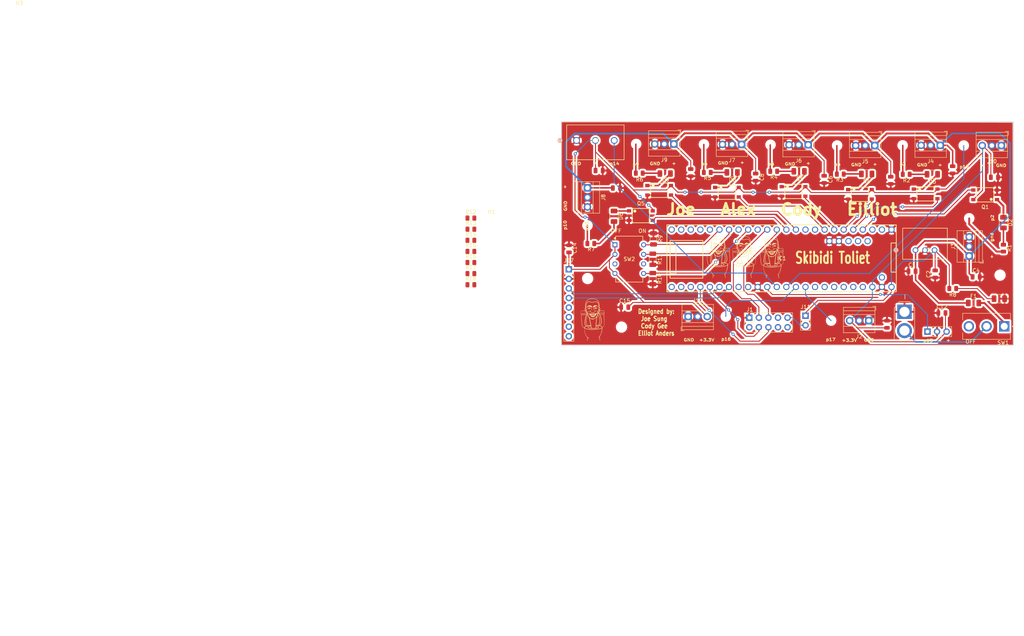
<source format=kicad_pcb>
(kicad_pcb (version 20240108) (generator "pcbnew") (generator_version "8.0")
  (layers (0 "F.Cu" signal) (31 "B.Cu" signal) (34 "B.Paste" user) (35 "F.Paste" user) (36 "B.SilkS" user "B.Silkscreen") (37 "F.SilkS" user "F.Silkscreen") (38 "B.Mask" user) (39 "F.Mask" user) (44 "Edge.Cuts" user))
  (net 0 "")
  (net 1 "+12V")
  (net 2 "GND")
  (net 3 "+5V")
  (net 4 "+3.3V")
  (net 5 "Net-(D2-A)")
  (net 6 "Net-(D1-A)")
  (net 9 "OM1")
  (net 10 "OM2")
  (net 11 "OM3")
  (net 12 "OM4")
  (net 13 "OM5")
  (net 14 "OM7")
  (net 15 "OM6")
  (net 16 "LN2")
  (net 17 "LN1")
  (net 18 "LN4")
  (net 19 "LN3")
  (net 20 "Start")
  (net 22 "SCL")
  (net 23 "SDA")
  (net 27 "BDC22")
  (net 28 "BDC2")
  (net 29 "BDC11")
  (net 30 "BDC1")
  (net 31 "DIP4")
  (net 32 "DIP1")
  (net 33 "DIP3")
  (net 34 "DIP2")
  (net 38 "Dis4")
  (net 43 "Dis1")
  (net 45 "Dis2")
  (net 49 "Dis5")
  (net 57 "Dis3")
  (net 58 "Dis7")
  (net 59 "Dis6")
  (net 63 "Net-(D2-K)")
  (net 64 "Net-(D3-K)")
  (net 65 "Net-(D3-A)")
  (net 66 "Net-(D4-A)")
  (net 67 "Net-(D4-K)")
  (net 68 "Net-(D5-K)")
  (net 73 "PWMA")
  (net 76 "PWMB")
  (net 77 "Net-(SW1-C)")
  (net 78 "Net-(J19-Pin_2)")
  (net 80 "Net-(D5-A)")
  (net 81 "Net-(D6-K)")
  (net 82 "Net-(D6-A)")
  (net 83 "Net-(D7-K)")
  (net 84 "Net-(D7-A)")
  (net 85 "Net-(D8-A)")
  (net 86 "Net-(D8-K)")
  (net 87 "Net-(J1-Pin_9)")
  (footprint "askibidi:optopt" (layer "F.Cu") (at 243.604899 49.95)
    (property "Reference" "Q2" (hide yes))
    (property "Value" "WL-OCPT_SERIES_357" (hide yes))
  )
  (footprint "Resistor_SMD:R_0805_2012Metric" (layer "F.Cu") (at 238.4625 44.75)
    (property "Reference" "R2")
    (property "Value" "500ohm" (hide yes))
  )
  (footprint "LED_SMD:LED_1206_3216Metric" (layer "F.Cu") (at 245.4 44.75 180)
    (property "Reference" "D3")
    (property "Value" "LED")
  )
  (footprint "Connector_PinHeader_2.54mm:PinHeader_1x03_P2.54mm_Vertical" (layer "F.Cu") (at 244.11 86.55 90)
    (property "Reference" "J15" (hide yes))
    (property "Value" "Conn_01x03_Pin")
  )
  (footprint "askibidi:optopt" (layer "F.Cu") (at 208.504899 49.3)
    (property "Reference" "Q4" (hide yes))
    (property "Value" "WL-OCPT_SERIES_357" (hide yes))
  )
  (footprint "Resistor_SMD:R_0805_2012Metric" (layer "F.Cu") (at 264.3 64.375 90)
    (property "Reference" "R1")
    (property "Value" "500ohm" (hide yes))
  )
  (footprint "Capacitor_SMD:C_0805_2012Metric" (layer "F.Cu") (at 233.35 84.6 -90)
    (property "Reference" "C13" (hide yes))
    (property "Value" "0.1uF")
  )
  (footprint "askibidi:optopt" (layer "F.Cu") (at 172.8 49)
    (property "Reference" "Q6" (hide yes))
    (property "Value" "WL-OCPT_SERIES_357" (hide yes))
  )
  (footprint "Resistor_SMD:R_0805_2012Metric" (layer "F.Cu") (at 250.825 75.1 180)
    (property "Reference" "R8")
    (property "Value" "500ohm")
  )
  (footprint "Resistor_SMD:R_0805_2012Metric" (layer "F.Cu") (at 122.77 62.3)
    (property "Reference" "R14")
    (property "Value" "10k")
  )
  (footprint "TerminalBlock:TerminalBlock_Xinya_XY308-2.54-3P_1x03_P2.54mm_Horizontal" (layer "F.Cu") (at 153.75 48.35 -90)
    (property "Reference" "J8")
    (property "Value" "Screw_Terminal_01x03")
  )
  (footprint "Resistor_SMD:R_0805_2012Metric" (layer "F.Cu") (at 122.77 71.15)
    (property "Reference" "R17")
    (property "Value" "10k")
  )
  (footprint "Capacitor_SMD:C_0805_2012Metric" (layer "F.Cu") (at 198.45 45.5 -90)
    (property "Reference" "C8")
    (property "Value" "0.1uF")
  )
  (footprint "Resistor_SMD:R_0805_2012Metric" (layer "F.Cu") (at 122.77 56.4)
    (property "Reference" "R12")
    (property "Value" "10k")
  )
  (footprint "askibidi:5vregulator" (layer "F.Cu") (at 240.9149 64.899501)
    (property "Reference" "J13")
    (property "Value" "P78E05-1000")
  )
  (footprint "TerminalBlock:TerminalBlock_Xinya_XY308-2.54-3P_1x03_P2.54mm_Horizontal" (layer "F.Cu") (at 263.75 37.1 180)
    (property "Reference" "J10")
    (property "Value" "Screw_Terminal_01x03")
  )
  (footprint "TerminalBlock:TerminalBlock_Xinya_XY308-2.54-3P_1x03_P2.54mm_Horizontal" (layer "F.Cu") (at 180.5098 82.550001)
    (property "Reference" "J12")
    (property "Value" "Screw_Terminal_01x03")
  )
  (footprint "LED_SMD:LED_1206_3216Metric" (layer "F.Cu") (at 210 43.95 180)
    (property "Reference" "D5")
    (property "Value" "LED")
  )
  (footprint "LED_SMD:LED_1206_3216Metric" (layer "F.Cu") (at 263.2 77.8 180)
    (property "Reference" "D1" (hide yes))
    (property "Value" "LED" (hide yes))
  )
  (footprint "LED_SMD:LED_1206_3216Metric" (layer "F.Cu") (at 160.8 55.9 -90)
    (property "Reference" "D6")
    (property "Value" "LED")
  )
  (footprint "askibidi:optopt" (layer "F.Cu") (at 259.45 50.2 180)
    (property "Reference" "Q1")
    (property "Value" "WL-OCPT_SERIES_357" (hide yes))
  )
  (footprint "TerminalBlock:TerminalBlock_Xinya_XY308-2.54-3P_1x03_P2.54mm_Horizontal" (layer "F.Cu") (at 247.504899 37.05 180)
    (property "Reference" "J4")
    (property "Value" "Screw_Terminal_01x03")
  )
  (footprint "Capacitor_SMD:C_0805_2012Metric" (layer "F.Cu") (at 161.45 48.4)
    (property "Reference" "C9" (hide yes))
    (property "Value" "0.1uF")
  )
  (footprint "askibidi:AnotherTeensy" (layer "F.Cu") (at 229.47 59.45 180)
    (property "Reference" "IC1")
    (property "Value" "TEENSY_4.1")
  )
  (footprint "Capacitor_SMD:C_0805_2012Metric" (layer "F.Cu") (at 181.2 44.3 -90)
    (property "Reference" "C3" (hide yes))
    (property "Value" "0.1uF")
  )
  (footprint "SkibidiLogos:skibidi_logo" (layer "F.Cu") (at 195.45 66.6)
    (property "Reference" "G***" (hide yes))
    (property "Value" "LOGO" (hide yes))
  )
  (footprint "LED_SMD:LED_1206_3216Metric" (layer "F.Cu") (at 192.2 44.25 180)
    (property "Reference" "D8")
    (property "Value" "LED")
  )
  (footprint "Capacitor_SMD:C_0805_2012Metric" (layer "F.Cu") (at 234.35 46.35 -90)
    (property "Reference" "C7" (hide yes))
    (property "Value" "0.1uF")
  )
  (footprint "askibidi:swotcslide" (layer "F.Cu") (at 259.8125 85.15 180)
    (property "Reference" "SW1")
    (property "Value" "SW_Nidec_CAS-120A1")
  )
  (footprint "askibidi:optopt" (layer "F.Cu") (at 167.95 55.73)
    (property "Reference" "Q5")
    (property "Value" "WL-OCPT_SERIES_357" (hide yes))
  )
  (footprint "Capacitor_SMD:C_0805_2012Metric" (layer "F.Cu") (at 156.85 43.75 180)
    (property "Reference" "C11" (hide yes))
    (property "Value" "0.1uF")
  )
  (footprint "TerminalBlock:TerminalBlock_Xinya_XY308-2.54-3P_1x03_P2.54mm_Horizontal" (layer "F.Cu") (at 228.5049 83.625001 180)
    (property "Reference" "J2")
    (property "Value" "Screw_Terminal_01x03")
  )
  (footprint "MountingHole:MountingHole_2.5mm" (layer "F.Cu") (at 153.8 72.45)
    (property "Reference" "H5" (hide yes))
    (property "Value" "MountingHole" (hide yes))
  )
  (footprint "Capacitor_SMD:C_0805_2012Metric" (layer "F.Cu") (at 163.65 80.05)
    (property "Reference" "C15")
    (property "Value" "0.1uF")
  )
  (footprint "TerminalBlock:TerminalBlock_Xinya_XY308-2.54-3P_1x03_P2.54mm_Horizontal" (layer "F.Cu") (at 212.404899 36.9 180)
    (property "Reference" "J6")
    (property "Value" "Screw_Terminal_01x03")
  )
  (footprint "Resistor_SMD:R_0805_2012Metric" (layer "F.Cu") (at 122.77 59.35)
    (property "Reference" "R13")
    (property "Value" "10k")
  )
  (footprint "LED_SMD:LED_1206_3216Metric" (layer "F.Cu") (at 264.3 57.6 -90)
    (property "Reference" "D2")
    (property "Value" "LED")
  )
  (footprint "Capacitor_SMD:C_0805_2012Metric" (layer "F.Cu") (at 240 70.5)
    (property "Reference" "C1")
    (property "Value" "10uF")
  )
  (footprint "Connector_PinHeader_2.54mm:PinHeader_1x02_P2.54mm_Vertical" (layer "F.Cu") (at 211.7 82.325)
    (property "Reference" "J11")
    (property "Value" "Conn_01x02_Pin")
  )
  (footprint "Capacitor_SMD:C_0805_2012Metric" (layer "F.Cu") (at 250.8 43.55 -90)
    (property "Reference" "C5" (hide yes))
    (property "Value" "0.1uF")
  )
  (footprint "MountingHole:MountingHole_2.5mm" (layer "F.Cu") (at 2.775 2.775)
    (property "Reference" "H3")
    (property "Value" "MountingHole")
  )
  (footprint "Capacitor_SMD:C_0805_2012Metric" (layer "F.Cu") (at 247.95 81.6)
    (property "Reference" "C12")
    (property "Value" "0.1uF")
  )
  (footprint "MountingHole:MountingHole_2.5mm" (layer "F.Cu") (at 162.8 85.35)
    (property "Reference" "H4" (hide yes))
    (property "Value" "MountingHole" (hide yes))
  )
  (footprint "TerminalBlock:TerminalBlock_Xinya_XY308-2.54-3P_1x03_P2.54mm_Horizontal" (layer "F.Cu") (at 230.1 37.1 180)
    (property "Reference" "J5")
    (property "Value" "Screw_Terminal_01x03")
  )
  (footprint "Resistor_SMD:R_0805_2012Metric" (layer "F.Cu") (at 122.77 74.1)
    (property "Reference" "R18")
    (property "Value" "10k")
  )
  (footprint "TerminalBlock:TerminalBlock_Xinya_XY308-2.54-3P_1x03_P2.54mm_Horizontal" (layer "F.Cu") (at 176.7 36.7 180)
    (property "Reference" "J9")
    (property "Value" "Screw_Terminal_01x03")
  )
  (footprint "MountingHole:MountingHole_2.5mm" (layer "F.Cu") (at 263.4 71.55)
    (property "Reference" "H2" (hide yes))
    (property "Value" "MountingHole" (hide yes))
  )
  (footprint "SkibidiLogos:skibidi_logo" (layer "F.Cu") (at 155.18509 83.214242)
    (property "Reference" "G***" (hide yes))
    (property "Value" "LOGO" (hide yes))
  )
  (footprint "Capacitor_SMD:C_1206_3216Metric" (layer "F.Cu") (at 171.1 67.325 -90)
    (property "Reference" "R11")
    (property "Value" "10k")
  )
  (footprint "MountingHole:MountingHole_2.5mm" (layer "F.Cu") (at 128.25 58.2)
    (property "Reference" "H1")
    (property "Value" "MountingHole")
  )
  (footprint "Resistor_SMD:R_0805_2012Metric" (layer "F.Cu") (at 203.2375 43.95)
    (property "Reference" "R4")
    (property "Value" "500ohm" (hide yes))
  )
  (footprint "Capacitor_SMD:C_1206_3216Metric" (layer "F.Cu") (at 171.3 61.9 -90)
    (property "Reference" "R9")
    (property "Value" "10k")
  )
  (footprint "SkibidiLogos:skibidi_logo" (layer "F.Cu") (at 202.75 66.65)
    (property "Reference" "G***" (hide yes))
    (property "Value" "LOGO" (hide yes))
  )
  (footprint "SkibidiLogos:skibidi_logo" (layer "F.Cu") (at 188.55 66.55)
    (property "Reference" "G***" (hide yes))
    (property "Value" "LOGO" (hide yes))
  )
  (footprint "LED_SMD:LED_1206_3216Metric" (layer "F.Cu") (at 174.4 44.55 180)
    (property "Reference" "D7")
    (property "Value" "LED")
  )
  (footprint "TerminalBlock:TerminalBlock_Xinya_XY308-2.54-3P_1x03_P2.54mm_Horizontal" (layer "F.Cu") (at 194.704899 36.8 180)
    (property "Reference" "J7")
    (property "Value" "Screw_Terminal_01x03")
  )
  (footprint "Connector_AMASS:AMASS_XT30U-F_1x02_P5.0mm_Vertical" (layer "F.Cu") (at 238 81.3 -90)
    (property "Reference" "J19" (hide yes))
    (property "Value" "12V")
  )
  (footprint "Resistor_SMD:R_0805_2012Metric" (layer "F.Cu") (at 185.5875 44.25)
    (property "Reference" "R5")
    (property "Value" "500ohm" (hide yes))
  )
  (footprint "askibidi:optopt" (layer "F.Cu") (at 226.154899 50.07)
    (property "Reference" "Q3" (hide yes))
    (property "Value" "WL-OCPT_SERIES_357" (hide yes))
  )
  (footprint "Resistor_SMD:R_0805_2012Metric" (layer "F.Cu") (at 122.77 68.2)
    (property "Reference" "R16")
    (property "Value" "10k")
  )
  (footprint "askibidi:Dipshit" (layer "F.Cu") (at 161.05 63.48)
    (property "Reference" "SW2")
    (property "Value" "210-4MS")
  )
  (footprint "Connector_PinSocket_2.54mm:PinSocket_2x05_P2.54mm_Vertical" (layer "F.Cu") (at 196.76 82.85 90)
    (property "Reference" "J1")
    (property "Value" "Conn_02x05_Odd_Even")
  )
  (footprint "Capacitor_SMD:C_0805_2012Metric" (layer "F.Cu") (at 148.85 64.55 90)
    (property "Reference" "C14")
    (property "Value" "0.1uF")
  )
  (footprint "Resistor_SMD:R_0805_2012Metric" (layer "F.Cu") (at 122.77 65.25)
    (property "Reference" "R15")
    (property "Value" "10k")
  )
  (footprint "Connector_PinHeader_2.54mm:PinHeader_1x08_P2.54mm_Vertical" (layer "F.Cu") (at 148.8 70)
    (property "Reference" "J17")
    (property "Value" "Conn_01x08_Pin")
  )
  (footprint "Capacitor_SMD:C_0805_2012Metric" (layer "F.Cu") (at 216.65 46.1 -90)
    (property "Reference" "C6")
    (property "Value" "0.1uF")
  )
  (footprint "TerminalBlock:TerminalBlock_Xinya_XY308-2.54-3P_1x03_P2.54mm_Horizontal" (layer "F.Cu") (at 255.2 66.45 90)
    (property "Reference" "J3")
    (property "Value" "Screw_Terminal_01x03")
  )
  (footprint "Capacitor_SMD:C_0805_2012Metric" (layer "F.Cu") (at 257.05 72)
    (property "Reference" "C4")
    (property "Value" "0.1uF")
  )
  (footprint "Capacitor_SMD:C_0805_2012Metric" (layer "F.Cu") (at 261.9 45.55 180)
    (property "Reference" "C10" (hide yes))
    (property "Value" "0.1uF")
  )
  (footprint "Capacitor_SMD:C_0805_2012Metric" (layer "F.Cu") (at 246.15 71.25 -90)
    (property "Reference" "C2")
    (property "Value" "10uF" (hide yes))
  )
  (footprint "Capacitor_SMD:C_1206_3216Metric" (layer "F.Cu") (at 171.1 72.475 -90)
    (property "Reference" "R10")
    (property "Value" "10k")
  )
  (footprint "Resistor_SMD:R_0805_2012Metric" (layer "F.Cu") (at 154.6375 63.15)
    (property "Reference" "R7")
    (property "Value" "500ohm" (hide yes))
  )
  (footprint "LED_SMD:LED_1206_3216Metric" (layer "F.Cu") (at 227.95 44.65 180)
    (property "Reference" "D4")
    (property "Value" "LED")
  )
  (footprint "Resistor_SMD:R_0805_2012Metric" (layer "F.Cu") (at 220.9375 44.7)
    (property "Reference" "R3")
    (property "Value" "500ohm" (hide yes))
  )
  (footprint "Resistor_SMD:R_0805_2012Metric" (layer "F.Cu") (at 167.5125 44.45)
    (property "Reference" "R6")
    (property "Value" "500ohm" (hide yes))
  )
  (footprint "askibidi:optopt" (layer "F.Cu") (at 190.804899 49.5)
    (property "Reference" "Q7" (hide yes))
    (property "Value" "WL-OCPT_SERIES_357" (hide yes))
  )
  (footprint "Fuse:Fuse_1206_3216Metric" (layer "F.Cu") (at 256.35 78.95)
    (property "Reference" "F1")
    (property "Value" "Fuse")
  )
  (footprint "askibidi:Screwterimanl3" (layer "F.Cu") (at 150.8549 35.75)
    (property "Reference" "J20")
    (property "Value" "Screw_Terminal_01x03")
  )
  (gr_rect (start 234.45 63) (end 235.8 70.75) (stroke (width 0.2)) (fill none) (layer "F.SilkS"))
  (gr_rect (start 175.7 62.325) (end 184.4 72.375) (stroke (width 0.2)) (fill none) (layer "F.SilkS"))
  (gr_rect (start 175.7 63.55) (end 177.25 71.1) (stroke (width 0.2)) (fill none) (layer "F.SilkS"))
  (gr_rect (start 146.85 30.8) (end 266.946 90.15) (stroke (width 0.2)) (fill none) (layer "Edge.Cuts"))
  (gr_text "p9" (at 165.65 42.55 0) (layer "F.SilkS") (effects (font (size 0.75 0.9) (thickness 0.1875) (bold yes)) (justify left bottom)))
  (gr_text "p6" (at 183.85 42.4 0) (layer "F.SilkS") (effects (font (size 0.75 0.9) (thickness 0.1875) (bold yes)) (justify left bottom)))
  (gr_text "GND\n" (at 179.2 89.2 0) (layer "F.SilkS") (effects (font (size 0.75 0.9) (thickness 0.1875) (bold yes)) (justify left bottom)))
  (gr_text "+" (at 148.2 48.75 90) (layer "F.SilkS") (effects (font (size 0.75 0.9) (thickness 0.1875) (bold yes)) (justify left bottom)))
  (gr_text "+" (at 211.75 42.25 0) (layer "F.SilkS") (effects (font (size 0.75 0.9) (thickness 0.1875) (bold yes)) (justify left bottom)))
  (gr_text "+" (at 194.2 42.05 0) (layer "F.SilkS") (effects (font (size 0.75 0.9) (thickness 0.1875) (bold yes)) (justify left bottom)))
  (gr_text "p5" (at 201.6 42.45 0) (layer "F.SilkS") (effects (font (size 0.75 0.9) (thickness 0.1875) (bold yes)) (justify left bottom)))
  (gr_text "Skibidi Toliet " (at 208.7 68.7 0) (layer "F.SilkS") (effects (font (size 3 2) (thickness 0.5) (bold yes)) (justify left bottom)))
  (gr_text "GND\n" (at 149.2 42.35 0) (layer "F.SilkS") (effects (font (size 0.75 0.9) (thickness 0.1875) (bold yes)) (justify left bottom)))
  (gr_text "GND\n" (at 223.7 42.65 0) (layer "F.SilkS") (effects (font (size 0.75 0.9) (thickness 0.1875) (bold yes)) (justify left bottom)))
  (gr_text "gnd" (at 261.65 62.8 90) (layer "F.SilkS") (effects (font (size 0.75 0.9) (thickness 0.1875) (bold yes)) (justify left bottom)))
  (gr_text "GND\n" (at 206.1 42.45 0) (layer "F.SilkS") (effects (font (size 0.75 0.9) (thickness 0.1875) (bold yes)) (justify left bottom)))
  (gr_text "+" (at 258.2 42.8 0) (layer "F.SilkS") (effects (font (size 0.75 0.9) (thickness 0.1875) (bold yes)) (justify left bottom)))
  (gr_text "GND\n" (at 148.35 54.65 90) (layer "F.SilkS") (effects (font (size 0.75 0.9) (thickness 0.1875) (bold yes)) (justify left bottom)))
  (gr_text "p3" (at 236.57 42.48 0) (layer "F.SilkS") (effects (font (size 0.75 0.9) (thickness 0.1875) (bold yes)) (justify left bottom)))
  (gr_text "p15" (at 252.5 43.2 0) (layer "F.SilkS") (effects (font (size 0.75 0.9) (thickness 0.1875) (bold yes)) (justify left bottom)))
  (gr_text "GND\n" (at 188.3 42.2 0) (layer "F.SilkS") (effects (font (size 0.75 0.9) (thickness 0.1875) (bold yes)) (justify left bottom)))
  (gr_text "GND\n" (at 170.2 42.35 0) (layer "F.SilkS") (effects (font (size 0.75 0.9) (thickness 0.1875) (bold yes)) (justify left bottom)))
  (gr_text "p16" (at 189.2 89 0) (layer "F.SilkS") (effects (font (size 0.75 0.9) (thickness 0.1875) (bold yes)) (justify left bottom)))
  (gr_text "+" (at 229.5 42.5 0) (layer "F.SilkS") (effects (font (size 0.75 0.9) (thickness 0.1875) (bold yes)) (justify left bottom)))
  (gr_text "+3.3V\n" (at 183.3 89.2 0) (layer "F.SilkS") (effects (font (size 0.75 0.9) (thickness 0.1875) (bold yes)) (justify left bottom)))
  (gr_text "p10" (at 154.05 59.9 90) (layer "F.SilkS") (effects (font (size 0.75 0.9) (thickness 0.1875) (bold yes)) (justify left bottom)))
  (gr_text "p14" (at 159.55 42.35 0) (layer "F.SilkS") (effects (font (size 0.75 0.9) (thickness 0.1875) (bold yes)) (justify left bottom)))
  (gr_text "GND\n" (at 227.1 89.25 0) (layer "F.SilkS") (effects (font (size 0.75 0.9) (thickness 0.1875) (bold yes)) (justify left bottom)))
  (gr_text "-" (at 246.57 89.4 0) (layer "F.SilkS") (effects (font (size 0.75 0.9) (thickness 0.1875) (bold yes)) (justify left bottom)))
  (gr_text "GND\n" (at 262.2 42.85 0) (layer "F.SilkS") (effects (font (size 0.75 0.9) (thickness 0.1875) (bold yes)) (justify left bottom)))
  (gr_text "+3.3V" (at 221.2 89.3 0) (layer "F.SilkS") (effects (font (size 0.75 0.9) (thickness 0.1875) (bold yes)) (justify left bottom)))
  (gr_text "Joe   Alex   Cody   Eilliot" (at 174.35 55.85 0) (layer "F.SilkS") (effects (font (size 3 3) (thickness 0.7) (bold yes)) (justify left bottom)))
  (gr_text "p17" (at 217 89.1 0) (layer "F.SilkS") (effects (font (size 0.75 0.9) (thickness 0.1875) (bold yes)) (justify left bottom)))
  (gr_text "+" (at 176.05 42.3 0) (layer "F.SilkS") (effects (font (size 0.75 0.9) (thickness 0.1875) (bold yes)) (justify left bottom)))
  (gr_text "p13\n" (at 242.87 89.4 0) (layer "F.SilkS") (effects (font (size 0.75 0.9) (thickness 0.1875) (bold yes)) (justify left bottom)))
  (gr_text "OFF" (at 255.6 89.2 0) (layer "F.SilkS") (effects (font (size 1 1))))
  (gr_text "+" (at 248.97 89.3 0) (layer "F.SilkS") (effects (font (size 0.75 0.9) (thickness 0.1875) (bold yes)) (justify left bottom)))
  (gr_text "p2" (at 261.8 57.3 90) (layer "F.SilkS") (effects (font (size 0.75 0.9) (thickness 0.1875) (bold yes)) (justify left bottom)))
  (gr_text "p10" (at 148.25 59.65 90) (layer "F.SilkS") (effects (font (size 0.75 0.9) (thickness 0.1875) (bold yes)) (justify left bottom)))
  (gr_text "p4" (at 219.24 42.53 0) (layer "F.SilkS") (effects (font (size 0.75 0.9) (thickness 0.1875) (bold yes)) (justify left bottom)))
  (gr_text "+" (at 260.85 65.95 270) (layer "F.SilkS") (effects (font (size 0.75 0.9) (thickness 0.1875) (bold yes)) (justify left bottom)))
  (gr_text "+" (at 246.8 42.7 0) (layer "F.SilkS") (effects (font (size 0.75 0.9) (thickness 0.1875) (bold yes)) (justify left bottom)))
  (gr_text "+" (at 155.3 42.1 0) (layer "F.SilkS") (effects (font (size 0.75 0.9) (thickness 0.1875) (bold yes)) (justify left bottom)))
  (gr_text "GND\n" (at 241.2 42.7 0) (layer "F.SilkS") (effects (font (size 0.75 0.9) (thickness 0.1875) (bold yes)) (justify left bottom)))
  (gr_text " Designed by: \n  Joe Sung\n  Cody Gee \n Elliot Anders" (at 166.3 87.7 0) (layer "F.SilkS") (effects (font (size 1.2 1) (thickness 0.25) (bold yes)) (justify left bottom)))
  (segment (start 209.354899 33.85) (end 197.654899 33.85) (width 0.5) (layer "F.Cu") (net 1))
  (segment (start 230.104899 37.104899) (end 230.1 37.1) (width 0.25) (layer "F.Cu") (net 1))
  (segment (start 240.95 72.85) (end 240.95 70.5) (width 0.4) (layer "F.Cu") (net 1))
  (segment (start 198.45 40.545101) (end 198.45 44.55) (width 0.25) (layer "F.Cu") (net 1))
  (segment (start 179.55 33.85) (end 191.754899 33.85) (width 0.5) (layer "F.Cu") (net 1))
  (segment (start 153.75 48.35) (end 160.45 48.35) (width 0.4) (layer "F.Cu") (net 1))
  (segment (start 247.05 78.95) (end 240.95 72.85) (width 0.4) (layer "F.Cu") (net 1))
  (segment (start 247.504899 37.05) (end 249.35 37.05) (width 0.4) (layer "F.Cu") (net 1))
  (segment (start 251.2 62.45) (end 255.2 66.45) (width 0.4) (layer "F.Cu") (net 1))
  (segment (start 249.35 37.05) (end 250.8 38.5) (width 0.4) (layer "F.Cu") (net 1))
  (segment (start 212.404899 36.9) (end 209.354899 33.85) (width 0.5) (layer "F.Cu") (net 1))
  (segment (start 240.95 64.934601) (end 240.9149 64.899501) (width 0.4) (layer "F.Cu") (net 1))
  (segment (start 176.7 36.7) (end 179.55 33.85) (width 0.5) (layer "F.Cu") (net 1))
  (segment (start 216.65 41.145101) (end 216.65 45.15) (width 0.25) (layer "F.Cu") (net 1))
  (segment (start 212.404899 36.9) (end 216.65 41.145101) (width 0.25) (layer "F.Cu") (net 1))
  (segment (start 250.8 38.5) (end 250.8 42.6) (width 0.4) (layer "F.Cu") (net 1))
  (segment (start 234.35 41.35) (end 234.35 45.4) (width 0.25) (layer "F.Cu") (net 1))
  (segment (start 197.654899 33.85) (end 194.704899 36.8) (width 0.5) (layer "F.Cu") (net 1))
  (segment (start 254.95 78.95) (end 247.05 78.95) (width 0.4) (layer "F.Cu") (net 1))
  (segment (start 194.704899 36.8) (end 198.45 40.545101) (width 0.25) (layer "F.Cu") (net 1))
  (segment (start 181.2 41.2) (end 181.2 43.35) (width 0.25) (layer "F.Cu") (net 1))
  (segment (start 226.9 33.9) (end 215.404899 33.9) (width 0.5) (layer "F.Cu") (net 1))
  (segment (start 240.9149 64.899501) (end 243.364401 62.45) (width 0.4) (layer "F.Cu") (net 1))
  (segment (start 233.3 33.9) (end 230.1 37.1) (width 0.5) (layer "F.Cu") (net 1))
  (segment (start 160.45 48.35) (end 160.5 48.4) (width 0.25) (layer "F.Cu") (net 1))
  (segment (start 230.1 37.1) (end 226.9 33.9) (width 0.5) (layer "F.Cu") (net 1))
  (segment (start 243.364401 62.45) (end 251.2 62.45) (width 0.4) (layer "F.Cu") (net 1))
  (segment (start 191.754899 33.85) (end 194.704899 36.8) (width 0.5) (layer "F.Cu") (net 1))
  (segment (start 255.2 71.1) (end 256.1 72) (width 0.4) (layer "F.Cu") (net 1))
  (segment (start 255.2 66.45) (end 255.2 71.1) (width 0.4) (layer "F.Cu") (net 1))
  (segment (start 244.354899 33.9) (end 233.3 33.9) (width 0.5) (layer "F.Cu") (net 1))
  (segment (start 215.404899 33.9) (end 212.404899 36.9) (width 0.5) (layer "F.Cu") (net 1))
  (segment (start 240.95 70.5) (end 240.95 64.934601) (width 0.4) (layer "F.Cu") (net 1))
  (segment (start 247.504899 37.05) (end 244.354899 33.9) (width 0.5) (layer "F.Cu") (net 1))
  (segment (start 176.7 36.7) (end 181.2 41.2) (width 0.25) (layer "F.Cu") (net 1))
  (segment (start 230.1 37.1) (end 234.35 41.35) (width 0.25) (layer "F.Cu") (net 1))
  (segment (start 153.75 48.35) (end 148.05 42.65) (width 0.5) (layer "B.Cu") (net 1))
  (segment (start 173.95 33.95) (end 151.45 33.95) (width 0.5) (layer "B.Cu") (net 1))
  (segment (start 266.05 36.5) (end 266.05 55.6) (width 0.4) (layer "B.Cu") (net 1))
  (segment (start 250.654899 33.9) (end 263.45 33.9) (width 0.4) (layer "B.Cu") (net 1))
  (segment (start 148.05 42.65) (end 148.05 36.15) (width 0.5) (layer "B.Cu") (net 1))
  (segment (start 148.05 36.15) (end 150.25 33.95) (width 0.5) (layer "B.Cu") (net 1))
  (segment (start 263.45 33.9) (end 266.05 36.5) (width 0.4) (layer "B.Cu") (net 1))
  (segment (start 176.7 36.7) (end 173.95 33.95) (width 0.5) (layer "B.Cu") (net 1))
  (segment (start 266.05 55.6) (end 255.2 66.45) (width 0.4) (layer "B.Cu") (net 1))
  (segment (start 247.504899 37.05) (end 250.654899 33.9) (width 0.4) (layer "B.Cu") (net 1))
  (segment (start 150.25 33.95) (end 151.45 33.95) (width 0.5) (layer "B.Cu") (net 1))
  (segment (start 243.2 64.964401) (end 243.3149 64.849501) (width 0.4) (layer "F.Cu") (net 2))
  (segment (start 232.4 78.25) (end 234.55 76.1) (width 0.25) (layer "F.Cu") (net 3))
  (segment (start 245.9949 64.899501) (end 249.9125 68.817101) (width 0.25) (layer "F.Cu") (net 3))
  (segment (start 215 78.25) (end 211.7 81.55) (width 0.25) (layer "F.Cu") (net 3))
  (segment (start 246.15 65.054601) (end 245.9949 64.899501) (width 0.25) (layer "F.Cu") (net 3))
  (segment (start 246.15 70.3) (end 246.15 65.054601) (width 0.25) (layer "F.Cu") (net 3))
  (segment (start 215 78.25) (end 232.4 78.25) (width 0.25) (layer "F.Cu") (net 3))
  (segment (start 249.9125 68.817101) (end 249.9125 75.1) (width 0.25) (layer "F.Cu") (net 3))
  (segment (start 211.7 81.55) (end 211.7 82.325) (width 0.25) (layer "F.Cu") (net 3))
  (segment (start 234.55 76.1) (end 234.55 74.69) (width 0.25) (layer "F.Cu") (net 3))
  (segment (start 243.094401 67.8) (end 245.9949 64.899501) (width 0.25) (layer "B.Cu") (net 3))
  (segment (start 234.55 70.95) (end 237.7 67.8) (width 0.25) (layer "B.Cu") (net 3))
  (segment (start 234.55 74.69) (end 234.55 70.95) (width 0.25) (layer "B.Cu") (net 3))
  (segment (start 237.7 67.8) (end 243.094401 67.8) (width 0.25) (layer "B.Cu") (net 3))
  (segment (start 210.184899 49.5) (end 211.654899 48.03) (width 0.25) (layer "F.Cu") (net 4))
  (segment (start 150.45 54.25) (end 150.45 43.95) (width 0.25) (layer "F.Cu") (net 4))
  (segment (start 223.5049 83.625001) (end 228.08995 88.21005) (width 0.25) (layer "F.Cu") (net 4))
  (segment (start 195.2 49.5) (end 197.74 49.5) (width 0.25) (layer "F.Cu") (net 4))
  (segment (start 179.65 49.51) (end 177.84 49.51) (width 0.25) (layer "F.Cu") (net 4))
  (segment (start 171.1 54) (end 171.09 54) (width 0.25) (layer "F.Cu") (net 4))
  (segment (start 164.6 80.05) (end 165.85 78.8) (width 0.25) (layer "F.Cu") (net 4))
  (segment (start 223.5049 83.625001) (end 225.429899 85.55) (width 0.25) (layer "F.Cu") (net 4))
  (segment (start 150.45 41.15) (end 150.45 39.35) (width 0.25) (layer "F.Cu") (net 4))
  (segment (start 185.1049 82.404901) (end 184.9598 82.550001) (width 0.25) (layer "F.Cu") (net 4))
  (segment (start 211.654899 48.054899) (end 213.2 49.6) (width 0.25) (layer "F.Cu") (net 4))
  (segment (start 148.8 70) (end 148.8 65.55) (width 0.25) (layer "F.Cu") (net 4))
  (segment (start 177.84 49.51) (end 177.83 49.5) (width 0.25) (layer "F.Cu") (net 4))
  (segment (start 148.8 70) (end 157.07 70) (width 0.25) (layer "F.Cu") (net 4))
  (segment (start 228.504899 49.6) (end 229.304899 48.8) (width 0.25) (layer "F.Cu") (net 4))
  (segment (start 174.78 48.9) (end 166 48.9) (width 0.25) (layer "F.Cu") (net 4))
  (segment (start 211.654899 48.03) (end 211.654899 48.054899) (width 0.25) (layer "F.Cu") (net 4))
  (segment (start 229.304899 48.8) (end 229.304899 48.804899) (width 0.25) (layer "F.Cu") (net 4))
  (segment (start 249.07 48.68) (end 258.75 39) (width 0.25) (layer "F.Cu") (net 4))
  (segment (start 159.46 67.61) (end 159.35 67.72) (width 0.25) (layer "F.Cu") (net 4))
  (segment (start 159.71 67.36) (end 159.46 67.61) (width 0.25) (layer "F.Cu") (net 4))
  (segment (start 248.85 86.21) (end 249.19 86.55) (width 0.25) (layer "F.Cu") (net 4))
  (segment (start 175.95 47.73) (end 174.78 48.9) (width 0.25) (layer "F.Cu") (net 4))
  (segment (start 185.4049 82.350001) (end 185.3549 82.400001) (width 0.25) (layer "F.Cu") (net 4))
  (segment (start 148.8 65.55) (end 148.85 65.5) (width 0.25) (layer "F.Cu") (net 4))
  (segment (start 248.9 86.26) (end 249.19 86.55) (width 0.25) (layer "F.Cu") (net 4))
  (segment (start 192.684899 49.5) (end 193.954899 48.23) (width 0.25) (layer "F.Cu") (net 4))
  (segment (start 197.74 49.5) (end 197.76 49.52) (width 0.25) (layer "F.Cu") (net 4))
  (segment (start 194.654899 48.954899) (end 195.2 49.5) (width 0.25) (layer "F.Cu") (net 4))
  (segment (start 155.9 35.7951) (end 155.8549 35.75) (width 0.25) (layer "F.Cu") (net 4))
  (segment (start 245.834899 49.6) (end 246.754899 48.68) (width 0.25) (layer "F.Cu") (net 4))
  (segment (start 225.429899 85.55) (end 233.35 85.55) (width 0.25) (layer "F.Cu") (net 4))
  (segment (start 260.95 39.3) (end 260.95 45.55) (width 0.25) (layer "F.Cu") (net 4))
  (segment (start 213.2 49.6) (end 228.504899 49.6) (width 0.25) (layer "F.Cu") (net 4))
  (segment (start 181.759799 78.8) (end 185.5098 82.550001) (width 0.25) (layer "F.Cu") (net 4))
  (segment (start 193.954899 48.23) (end 194.654899 48.93) (width 0.25) (layer "F.Cu") (net 4))
  (segment (start 177.83 49.5) (end 177.72 49.5) (width 0.25) (layer "F.Cu") (net 4))
  (segment (start 202.12 49.5) (end 210.184899 49.5) (width 0.25) (layer "F.Cu") (net 4))
  (segment (start 161.05 66.02) (end 159.71 67.36) (width 0.25) (layer "F.Cu") (net 4))
  (segment (start 159.585 67.485) (end 159.585 69.635) (width 0.25) (layer "F.Cu") (net 4))
  (segment (start 258.75 49.02) (end 256.3 51.47) (width 0.25) (layer "F.Cu") (net 4))
  (segment (start 246.49 89.25) (end 249.19 86.55) (width 0.25) (layer "F.Cu") (net 4))
  (segment (start 168.75 78.8) (end 181.759799 78.8) (width 0.25) (layer "F.Cu") (net 4))
  (segment (start 161.05 71.1) (end 168.75 78.8) (width 0.25) (layer "F.Cu") (net 4))
  (segment (start 150.45 39.35) (end 150.5 39.3) (width 0.25) (layer "F.Cu") (net 4))
  (segment (start 230.1 49.6) (end 245.834899 49.6) (width 0.25) (layer "F.Cu") (net 4))
  (segment (start 157.07 70) (end 158.47 68.6) (width 0.25) (layer "F.Cu") (net 4))
  (segment (start 177.72 49.5) (end 175.95 47.73) (width 0.25) (layer "F.Cu") (net 4))
  (segment (start 202.1 49.52) (end 202.12 49.5) (width 0.25) (layer "F.Cu") (net 4))
  (segment (start 228.08995 88.21005) (end 229.1299 89.25) (width 0.25) (layer "F.Cu") (net 4))
  (segment (start 161.05 66.02) (end 159.585 67.485) (width 0.25) (layer "F.Cu") (net 4))
  (segment (start 158.47 68.6) (end 159.71 67.36) (width 0.25) (layer "F.Cu") (net 4))
  (segment (start 166 48.9) (end 155.9 38.8) (width 0.25) (layer "F.Cu") (net 4))
  (segment (start 258.75 39) (end 258.75 37.1) (width 0.25) (layer "F.Cu") (net 4))
  (segment (start 246.754899 48.68) (end 249.07 48.68) (width 0.25) (layer "F.Cu") (net 4))
  (segment (start 159.585 69.635) (end 161.05 71.1) (width 0.25) (layer "F.Cu") (net 4))
  (segment (start 248.9 81.6) (end 248.9 86.26) (width 0.25) (layer "F.Cu") (net 4))
  (segment (start 165.85 78.8) (end 168.75 78.8) (width 0.25) (layer "F.Cu") (net 4))
  (segment (start 152.35 56.15) (end 150.45 54.25) (width 0.25) (layer "F.Cu") (net 4))
  (segment (start 229.1299 89.25) (end 244.85 89.25) (width 0.25) (layer "F.Cu") (net 4))
  (segment (start 171.09 54) (end 170.05 52.96) (width 0.25) (layer "F.Cu") (net 4))
  (segment (start 244.85 89.25) (end 246.49 89.25) (width 0.25) (layer "F.Cu") (net 4))
  (segment (start 194.654899 48.93) (end 194.654899 48.954899) (width 0.25) (layer "F.Cu") (net 4))
  (segment (start 155.9 38.8) (end 155.9 35.7951) (width 0.25) (layer "F.Cu") (net 4))
  (segment (start 171.1 54.46) (end 171.1 54) (width 0.25) (layer "F.Cu") (net 4))
  (segment (start 153.1 56.15) (end 152.35 56.15) (width 0.25) (layer "F.Cu") (net 4))
  (segment (start 155.9 43.75) (end 155.9 35.7951) (width 0.25) (layer "F.Cu") (net 4))
  (segment (start 167.7 50.63) (end 166 48.93) (width 0.25) (layer "F.Cu") (net 4))
  (segment (start 150.45 43.95) (end 150.45 41.15) (width 0.25) (layer "F.Cu") (net 4))
  (segment (start 183.95 49.5) (end 192.684899 49.5) (width 0.25) (layer "F.Cu") (net 4))
  (segment (start 161.05 63.48) (end 161.05 66.02) (width 0.25) (layer "F.Cu") (net 4))
  (segment (start 258.75 37.1) (end 260.95 39.3) (width 0.25) (layer "F.Cu") (net 4))
  (segment (start 258.75 37.1) (end 258.75 49.02) (width 0.25) (layer "F.Cu") (net 4))
  (segment (start 229.304899 48.804899) (end 230.1 49.6) (width 0.25) (layer "F.Cu") (net 4))
  (segment (start 166 48.93) (end 166 48.9) (width 0.25) (layer "F.Cu") (net 4))
  (segment (start 223.5 83.629901) (end 223.5049 83.625001) (width 0.25) (layer "F.Cu") (net 4))
  (via (at 150.5 39.3) (size 0.8) (drill 0.4) (layers "F.Cu" "B.Cu") (net 4))
  (via (at 197.76 49.52) (size 0.8) (drill 0.4) (layers "F.Cu" "B.Cu") (net 4))
  (via (at 170.05 52.96) (size 0.8) (drill 0.4) (layers "F.Cu" "B.Cu") (net 4))
  (via (at 179.65 49.51) (size 0.8) (drill 0.4) (layers "F.Cu" "B.Cu") (net 4))
  (via (at 183.95 49.5) (size 0.8) (drill 0.4) (layers "F.Cu" "B.Cu") (net 4))
  (via (at 153.1 56.15) (size 0.8) (drill 0.4) (layers "F.Cu" "B.Cu") (net 4))
  (via (at 202.1 49.52) (size 0.8) (drill 0.4) (layers "F.Cu" "B.Cu") (net 4))
  (via (at 167.7 50.63) (size 0.8) (drill 0.4) (layers "F.Cu" "B.Cu") (net 4))
  (segment (start 183.95 49.5) (end 183.94 49.51) (width 0.25) (layer "B.Cu") (net 4))
  (segment (start 229.47 74.69) (end 229.47 77.659901) (width 0.25) (layer "B.Cu") (net 4))
  (segment (start 258.75 43.8) (end 258.75 37.1) (width 0.25) (layer "B.Cu") (net 4))
  (segment (start 150.5 39.3) (end 154.05 35.75) (width 0.25) (layer "B.Cu") (net 4))
  (segment (start 244.65 57.9) (end 244.623047 57.9) (width 0.25) (layer "B.Cu") (net 4))
  (segment (start 244.623047 57.9) (end 229.47 73.053047) (width 0.25) (layer "B.Cu") (net 4))
  (segment (start 202.1 49.52) (end 197.76 49.52) (width 0.25) (layer "B.Cu") (net 4))
  (segment (start 183.94 49.51) (end 179.65 49.51) (width 0.25) (layer "B.Cu") (net 4))
  (segment (start 170.03 52.96) (end 167.7 50.63) (width 0.25) (layer "B.Cu") (net 4))
  (segment (start 229.47 77.659901) (end 223.5049 83.625001) (width 0.25) (layer "B.Cu") (net 4))
  (segment (start 154.05 35.75) (end 155.85 35.75) (width 0.25) (layer "B.Cu") (net 4))
  (segment (start 153.72 56.15) (end 161.05 63.48) (width 0.25) (layer "B.Cu") (net 4))
  (segment (start 244.65 57.9) (end 258.75 43.8) (width 0.25) (layer "B.Cu") (net 4))
  (segment (start 229.47 73.053047) (end 229.47 74.69) (width 0.25) (layer "B.Cu") (net 4))
  (segment (start 153.1 56.15) (end 153.72 56.15) (width 0.25) (layer "B.Cu") (net 4))
  (segment (start 170.05 52.96) (end 170.03 52.96) (width 0.25) (layer "B.Cu") (net 4))
  (segment (start 264.3 59) (end 264.3 63.4625) (width 0.4) (layer "F.Cu") (net 5))
  (segment (start 252.3 75.1) (end 257.3 75.1) (width 0.25) (layer "F.Cu") (net 6))
  (segment (start 257.3 75.1) (end 260 77.8) (width 0.25) (layer "F.Cu") (net 6))
  (segment (start 260 77.8) (end 261.8 77.8) (width 0.25) (layer "F.Cu") (net 6))
  (segment (start 255.2 56.45) (end 255.2 58) (width 0.5) (layer "F.Cu") (net 9))
  (segment (start 262.4875 65.2875) (end 264.3 65.2875) (width 0.5) (layer "F.Cu") (net 9))
  (segment (start 255.2 58) (end 262.4875 65.2875) (width 0.5) (layer "F.Cu") (net 9))
  (segment (start 237.5 37.054899) (end 237.504899 37.05) (width 0.25) (layer "F.Cu") (net 10))
  (segment (start 237.55 37.095101) (end 237.504899 37.05) (width 0.25) (layer "F.Cu") (net 10))
  (segment (start 237.55 44.75) (end 237.55 37.095101) (width 0.4) (layer "F.Cu") (net 10))
  (segment (start 220.025 44.7) (end 220.025 37.175) (width 0.4) (layer "F.Cu") (net 11))
  (segment (start 220.025 37.175) (end 220.1 37.1) (width 0.25) (layer "F.Cu") (net 11))
  (segment (start 202.325 43.95) (end 202.325 36.979899) (width 0.4) (layer "F.Cu") (net 12))
  (segment (start 202.325 36.979899) (end 202.404899 36.9) (width 0.25) (layer "F.Cu") (net 12))
  (segment (start 184.675 44.25) (end 184.675 36.829899) (width 0.4) (layer "F.Cu") (net 13))
  (segment (start 184.675 36.829899) (end 184.704899 36.8) (width 0.25) (layer "F.Cu") (net 13))
  (segment (start 153.8 58.3) (end 153.75 58.35) (width 0.25) (layer "F.Cu") (net 14))
  (segment (start 153.725 58.375) (end 153.75 58.35) (width 0.25) (layer "F.Cu") (net 14))
  (segment (start 153.7 58.4) (end 153.75 58.35) (width 0.25) (layer "F.Cu") (net 14))
  (segment (start 153.725 63.15) (end 153.725 58.375) (width 0.4) (layer "F.Cu") (net 14))
  (segment (start 166.6 36.8) (end 166.7 36.7) (width 0.25) (layer "F.Cu") (net 15))
  (segment (start 166.6 44.45) (end 166.6 36.8) (width 0.4) (layer "F.Cu") (net 15))
  (segment (start 228.7 71.1) (end 253.75 46.05) (width 0.25) (layer "B.Cu") (net 16))
  (segment (start 253.75 46.05) (end 253.75 37.1) (width 0.25) (layer "B.Cu") (net 16))
  (segment (start 228.7 71.1) (end 210.2 71.1) (width 0.25) (layer "B.Cu") (net 16))
  (segment (start 210.2 71.1) (end 206.61 74.69) (width 0.25) (layer "B.Cu") (net 16))
  (segment (start 161.55 47.65) (end 160.85 46.95) (width 0.25) (layer "B.Cu") (net 17))
  (segment (start 161.55 47.65) (end 184.9 71) (width 0.25) (layer "B.Cu") (net 17))
  (segment (start 184.9 71) (end 200.38 71) (width 0.25) (layer "B.Cu") (net 17))
  (segment (start 160.85 46.95) (end 160.85 35.75) (width 0.25) (layer "B.Cu") (net 17))
  (segment (start 200.38 71) (end 204.07 74.69) (width 0.25) (layer "B.Cu") (net 17))
  (segment (start 211.69 74.69) (end 211.69 76.810101) (width 0.25) (layer "B.Cu") (net 18))
  (segment (start 211.69 76.810101) (end 218.5049 83.625001) (width 0.25) (layer "B.Cu") (net 18))
  (segment (start 192.2 78.3) (end 190.5098 79.9902) (width 0.25) (layer "B.Cu") (net 19))
  (segment (start 205.54 78.3) (end 192.2 78.3) (width 0.25) (layer "B.Cu") (net 19))
  (segment (start 209.15 74.69) (end 205.54 78.3) (width 0.25) (layer "B.Cu") (net 19))
  (segment (start 190.5098 79.9902) (end 190.5098 82.550001) (width 0.25) (layer "B.Cu") (net 19))
  (segment (start 231.6 76.7) (end 202.9 76.7) (width 0.25) (layer "F.Cu") (net 20))
  (segment (start 202.9 76.7) (end 201.53 75.33) (width 0.25) (layer "F.Cu") (net 20))
  (segment (start 201.53 75.33) (end 201.53 74.69) (width 0.25) (layer "F.Cu") (net 20))
  (via (at 231.6 76.7) (size 0.8) (drill 0.4) (layers "F.Cu" "B.Cu") (net 20))
  (segment (start 243.575 81.475) (end 244.11 82.01) (width 0.25) (layer "B.Cu") (net 20))
  (segment (start 231.6 76.7) (end 238.8 76.7) (width 0.25) (layer "B.Cu") (net 20))
  (segment (start 238.8 76.7) (end 243.575 81.475) (width 0.25) (layer "B.Cu") (net 20))
  (segment (start 244.11 82.01) (end 244.11 86.55) (width 0.25) (layer "B.Cu") (net 20))
  (segment (start 187.02 76.5) (end 188.83 74.69) (width 0.25) (layer "B.Cu") (net 22))
  (segment (start 150.22 76.5) (end 187.02 76.5) (width 0.25) (layer "B.Cu") (net 22))
  (segment (start 148.8 75.08) (end 150.22 76.5) (width 0.25) (layer "B.Cu") (net 22))
  (segment (start 188.44 77.62) (end 191.37 74.69) (width 0.25) (layer "B.Cu") (net 23))
  (segment (start 148.8 77.62) (end 188.44 77.62) (width 0.25) (layer "B.Cu") (net 23))
  (segment (start 201.84 86.636396) (end 201.84 85.39) (width 0.25) (layer "F.Cu") (net 27))
  (segment (start 186.1 80.9) (end 183.75 78.55) (width 0.25) (layer "F.Cu") (net 27))
  (segment (start 197.6 89.1) (end 199.376396 89.1) (width 0.25) (layer "F.Cu") (net 27))
  (segment (start 183.75 74.69) (end 183.75 78.55) (width 0.25) (layer "F.Cu") (net 27))
  (segment (start 192.45 87.25) (end 194.3 89.1) (width 0.25) (layer "F.Cu") (net 27))
  (segment (start 194.3 89.1) (end 197.6 89.1) (width 0.25) (layer "F.Cu") (net 27))
  (segment (start 199.376396 89.1) (end 201.84 86.636396) (width 0.25) (layer "F.Cu") (net 27))
  (via (at 186.1 80.9) (size 0.8) (drill 0.4) (layers "F.Cu" "B.Cu") (net 27))
  (via (at 192.45 87.25) (size 0.8) (drill 0.4) (layers "F.Cu" "B.Cu") (net 27))
  (segment (start 192.45 87.25) (end 186.1 80.9) (width 0.25) (layer "B.Cu") (net 27))
  (segment (start 198 87.8) (end 199.3 86.5) (width 0.25) (layer "F.Cu") (net 28))
  (segment (start 191.2 80.8) (end 186.29 75.89) (width 0.25) (layer "F.Cu") (net 28))
  (segment (start 199.3 86.5) (end 199.3 85.39) (width 0.25) (layer "F.Cu") (net 28))
  (segment (start 193.7 83.35) (end 193.7 85.65) (width 0.25) (layer "F.Cu") (net 28))
  (segment (start 193.7 85.65) (end 195.85 87.8) (width 0.25) (layer "F.Cu") (net 28))
  (segment (start 195.85 87.8) (end 198 87.8) (width 0.25) (layer "F.Cu") (net 28))
  (segment (start 186.29 75.89) (end 186.29 74.69) (width 0.25) (layer "F.Cu") (net 28))
  (segment (start 191.2348 80.8) (end 191.2 80.8) (width 0.25) (layer "F.Cu") (net 28))
  (via (at 193.7 83.35) (size 0.8) (drill 0.4) (layers "F.Cu" "B.Cu") (net 28))
  (via (at 191.2348 80.8) (size 0.8) (drill 0.4) (layers "F.Cu" "B.Cu") (net 28))
  (segment (start 193.7 83.2652) (end 191.2348 80.8) (width 0.25) (layer "B.Cu") (net 28))
  (segment (start 193.7 83.35) (end 193.7 83.2652) (width 0.25) (layer "B.Cu") (net 28))
  (segment (start 199.3 80) (end 199.3 82.85) (width 0.25) (layer "F.Cu") (net 29))
  (segment (start 201.53 59.45) (end 201.25 59.45) (width 0.25) (layer "F.Cu") (net 29))
  (segment (start 201.25 59.45) (end 192.5275 68.1725) (width 0.25) (layer "F.Cu") (net 29))
  (segment (start 197.1 77.8) (end 199.3 80) (width 0.25) (layer "F.Cu") (net 29))
  (segment (start 192.5275 75.5775) (end 194.75 77.8) (width 0.25) (layer "F.Cu") (net 29))
  (segment (start 194.75 77.8) (end 197.1 77.8) (width 0.25) (layer "F.Cu") (net 29))
  (segment (start 192.5275 68.1725) (end 192.5275 75.5775) (width 0.25) (layer "F.Cu") (net 29))
  (segment (start 204.07 59.45) (end 204.07 60.43) (width 0.25) (layer "F.Cu") (net 30))
  (segment (start 201.84 80.54) (end 201.84 82.85) (width 0.25) (layer "F.Cu") (net 30))
  (segment (start 195.2925 69.2075) (end 195.2925 75.5925) (width 0.25) (layer "F.Cu") (net 30))
  (segment (start 204.07 60.43) (end 195.2925 69.2075) (width 0.25) (layer "F.Cu") (net 30))
  (segment (start 195.2925 75.5925) (end 196.35 76.65) (width 0.25) (layer "F.Cu") (net 30))
  (segment (start 196.35 76.65) (end 197.95 76.65) (width 0.25) (layer "F.Cu") (net 30))
  (segment (start 197.95 76.65) (end 201.84 80.54) (width 0.25) (layer "F.Cu") (net 30))
  (segment (start 171.195 63.48) (end 171.3 63.375) (width 0.25) (layer "F.Cu") (net 31))
  (segment (start 168.67 63.48) (end 171.195 63.48) (width 0.25) (layer "F.Cu") (net 31))
  (segment (start 184.905 63.375) (end 188.83 59.45) (width 0.25) (layer "F.Cu") (net 31))
  (segment (start 171.3 63.375) (end 184.905 63.375) (width 0.25) (layer "F.Cu") (net 31))
  (segment (start 187.8 68.1) (end 184.9 71) (width 0.25) (layer "F.Cu") (net 32))
  (segment (start 184.9 71) (end 171.1 71) (width 0.25) (layer "F.Cu") (net 32))
  (segment (start 196.45 59.45) (end 193.38 62.52) (width 0.25) (layer "F.Cu") (net 32))
  (segment (start 171 71.1) (end 171.1 71) (width 0.25) (layer "F.Cu") (net 32))
  (segment (start 168.67 71.1) (end 171 71.1) (width 0.25) (layer "F.Cu") (net 32))
  (via (at 193.38 62.52) (size 0.8) (drill 0.4) (layers "F.Cu" "B.Cu") (net 32))
  (via (at 187.8 68.1) (size 0.8) (drill 0.4) (layers "F.Cu" "B.Cu") (net 32))
  (segment (start 187.8 68.1) (end 193.38 62.52) (width 0.25) (layer "B.Cu") (net 32))
  (segment (start 186.15 65.85) (end 171.1 65.85) (width 0.25) (layer "F.Cu") (net 33))
  (segment (start 191.37 60.63) (end 186.15 65.85) (width 0.25) (layer "F.Cu") (net 33))
  (segment (start 170.93 66.02) (end 171.1 65.85) (width 0.25) (layer "F.Cu") (net 33))
  (segment (start 191.37 59.45) (end 191.37 60.63) (width 0.25) (layer "F.Cu") (net 33))
  (segment (start 168.67 66.02) (end 170.93 66.02) (width 0.25) (layer "F.Cu") (net 33))
  (segment (start 211.654899 50.57) (end 211.654899 51.154899) (width 0.25) (layer "F.Cu") (net 38))
  (segment (start 211.654899 51.154899) (end 219.31 58.81) (width 0.25) (layer "F.Cu") (net 38))
  (segment (start 211.654899 50.57) (end 211.754899 50.57) (width 0.25) (layer "F.Cu") (net 38))
  (segment (start 211.7 50.615101) (end 211.654899 50.57) (width 0.25) (layer "F.Cu") (net 38))
  (segment (start 219.31 58.81) (end 219.31 59.45) (width 0.25) (layer "F.Cu") (net 38))
  (segment (start 229.73 56.73) (end 229.65 56.73) (width 0.25) (layer "F.Cu") (net 43))
  (segment (start 235.7 55.3) (end 248.5 55.3) (width 0.25) (layer "F.Cu") (net 43))
  (segment (start 254.87 48.93) (end 256.3 48.93) (width 0.25) (layer "F.Cu") (net 43))
  (segment (start 229.65 56.73) (end 226.93 59.45) (width 0.25) (layer "F.Cu") (net 43))
  (segment (start 248.5 55.3) (end 254.87 48.93) (width 0.25) (layer "F.Cu") (net 43))
  (via (at 235.7 55.3) (size 0.8) (drill 0.4) (layers "F.Cu" "B.Cu") (net 43))
  (via (at 229.73 56.73) (size 0.8) (drill 0.4) (layers "F.Cu" "B.Cu") (net 43))
  (segment (start 231.16 55.3) (end 229.73 56.73) (width 0.25) (layer "B.Cu") (net 43))
  (segment (start 235.7 55.3) (end 231.16 55.3) (width 0.25) (layer "B.Cu") (net 43))
  (segment (start 245.6 53.4) (end 246.754899 52.245101) (width 0.25) (layer "F.Cu") (net 45))
  (segment (start 246.754899 52.245101) (end 246.754899 51.22) (width 0.25) (layer "F.Cu") (net 45))
  (segment (start 237.5 53.4) (end 245.6 53.4) (width 0.25) (layer "F.Cu") (net 45))
  (segment (start 227.945 55.895) (end 224.39 59.45) (width 0.25) (layer "F.Cu") (net 45))
  (via (at 227.945 55.895) (size 0.8) (drill 0.4) (layers "F.Cu" "B.Cu") (net 45))
  (via (at 237.5 53.4) (size 0.8) (drill 0.4) (layers "F.Cu" "B.Cu") (net 45))
  (segment (start 230.44 53.4) (end 227.945 55.895) (width 0.25) (layer "B.Cu") (net 45))
  (segment (start 237.5 53.4) (end 230.44 53.4) (width 0.25) (layer "B.Cu") (net 45))
  (segment (start 193.954899 50.77) (end 196.384899 53.2) (width 0.25) (layer "F.Cu") (net 49))
  (segment (start 210.4 53.2) (end 216.65 59.45) (width 0.25) (layer "F.Cu") (net 49))
  (segment (start 196.384899 53.2) (end 210.4 53.2) (width 0.25) (layer "F.Cu") (net 49))
  (segment (start 216.65 59.45) (end 216.77 59.45) (width 0.25) (layer "F.Cu") (net 49))
  (segment (start 225.4 55.9) (end 221.85 59.45) (width 0.25) (layer "F.Cu") (net 57))
  (segment (start 229.304899 51.34) (end 229.304899 51.995101) (width 0.25) (layer "F.Cu") (net 57))
  (segment (start 229.304899 51.995101) (end 228.11 53.19) (width 0.25) (layer "F.Cu") (net 57))
  (segment (start 228.11 53.19) (end 228.11 53.21) (width 0.25) (layer "F.Cu") (net 57))
  (via (at 225.4 55.9) (size 0.8) (drill 0.4) (layers "F.Cu" "B.Cu") (net 57))
  (via (at 228.11 53.21) (size 0.8) (drill 0.4) (layers "F.Cu" "B.Cu") (net 57))
  (segment (start 225.42 55.9) (end 225.4 55.9) (width 0.25) (layer "B.Cu") (net 57))
  (segment (start 228.11 53.21) (end 225.42 55.9) (width 0.25) (layer "B.Cu") (net 57))
  (segment (start 171.9 56.2) (end 171.1 57) (width 0.25) (layer "F.Cu") (net 58))
  (segment (start 206.61 59.45) (end 203.36 56.2) (width 0.25) (layer "F.Cu") (net 58))
  (segment (start 203.36 56.2) (end 171.9 56.2) (width 0.25) (layer "F.Cu") (net 58))
  (segment (start 209.15 59.45) (end 204.3 54.6) (width 0.25) (layer "F.Cu") (net 59))
  (segment (start 180.28 54.6) (end 175.95 50.27) (width 0.25) (layer "F.Cu") (net 59))
  (segment (start 204.3 54.6) (end 180.28 54.6) (width 0.25) (layer "F.Cu") (net 59))
  (segment (start 264.3 53.17) (end 264.3 56.2) (width 0.5) (layer "F.Cu") (net 63))
  (segment (start 263.65 52.52) (end 264.3 53.17) (width 0.5) (layer "F.Cu") (net 63))
  (segment (start 263.65 52.52) (end 262.6 51.47) (width 0.5) (layer "F.Cu") (net 63))
  (segment (start 242.87 48.68) (end 246.8 44.75) (width 0.4) (layer "F.Cu") (net 64))
  (segment (start 240.454899 48.68) (end 242.87 48.68) (width 0.4) (layer "F.Cu") (net 64))
  (segment (start 244 44.75) (end 239.375 44.75) (width 0.4) (layer "F.Cu") (net 65))
  (segment (start 226.55 44.65) (end 221.9 44.65) (width 0.4) (layer "F.Cu") (net 66))
  (segment (start 226.5 44.7) (end 226.55 44.65) (width 0.25) (layer "F.Cu") (net 66))
  (segment (start 221.9 44.65) (end 221.85 44.7) (width 0.25) (layer "F.Cu") (net 66))
  (segment (start 223.004899 48.8) (end 225.95 48.8) (width 0.4) (layer "F.Cu") (net 67))
  (segment (start 225.95 48.8) (end 229.35 45.4) (width 0.4) (layer "F.Cu") (net 67))
  (segment (start 229.35 45.4) (end 229.35 44.65) (width 0.4) (layer "F.Cu") (net 67))
  (segment (start 211.4 44.85) (end 211.25 45) (width 0.25) (layer "F.Cu") (net 68))
  (segment (start 208.22 48.03) (end 211.25 45) (width 0.4) (layer "F.Cu") (net 68))
  (segment (start 211.4 43.95) (end 211.4 44.85) (width 0.4) (layer "F.Cu") (net 68))
  (segment (start 205.354899 48.03) (end 208.22 48.03) (width 0.4) (layer "F.Cu") (net 68))
  (segment (start 211.4 44.85) (end 211.4 43.7) (width 0.4) (layer "F.Cu") (net 68))
  (segment (start 259.25 78.95) (end 264.5125 84.2125) (width 0.5) (layer "F.Cu") (net 77))
  (segment (start 264.5125 84.2125) (end 264.5125 85.15) (width 0.5) (layer "F.Cu") (net 77))
  (segment (start 257.75 78.95) (end 259.25 78.95) (width 0.5) (layer "F.Cu") (net 77))
  (segment (start 255.6625 89.3) (end 241 89.3) (width 0.4) (layer "B.Cu") (net 78))
  (segment (start 241 89.3) (end 238 86.3) (width 0.4) (layer "B.Cu") (net 78))
  (segment (start 259.8125 85.15) (end 255.6625 89.3) (width 0.4) (layer "B.Cu") (net 78))
  (segment (start 208.6 43.95) (end 204.15 43.95) (width 0.4) (layer "F.Cu") (net 80))
  (segment (start 164.76 54.5) (end 164.8 54.46) (width 0.25) (layer "F.Cu") (net 81))
  (segment (start 160.8 54.5) (end 164.76 54.5) (width 0.4) (layer "F.Cu") (net 81))
  (segment (start 160.8 59.3) (end 156.95 63.15) (width 0.4) (layer "F.Cu") (net 82))
  (segment (start 160.8 59.3) (end 160.8 57.3) (width 0.4) (layer "F.Cu") (net 82))
  (segment (start 156.95 63.15) (end 155.55 63.15) (width 0.4) (layer "F.Cu") (net 82))
  (segment (start 169.67 47.75) (end 172.6 47.75) (width 0.4) (layer "F.Cu") (net 83))
  (segment (start 169.6 47.68) (end 169.65 47.73) (width 0.25) (layer "F.Cu") (net 83))
  (segment (start 172.6 47.75) (end 175.8 44.55) (width 0.4) (layer "F.Cu") (net 83))
  (segment (start 169.65 47.73) (end 169.67 47.75) (width 0.4) (layer "F.Cu") (net 83))
  (segment (start 172.9 44.45) (end 173 44.55) (width 0.25) (layer "F.Cu") (net 84))
  (segment (start 172.9 44.45) (end 168.425 44.45) (width 0.4) (layer "F.Cu") (net 84))
  (segment (start 168.475 44.45) (end 168.425 44.5) (width 0.25) (layer "F.Cu") (net 84))
  (segment (start 186.5 44.25) (end 190.8 44.25) (width 0.4) (layer "F.Cu") (net 85))
  (segment (start 190.97 48.23) (end 193.6 45.6) (width 0.4) (layer "F.Cu") (net 86))
  (segment (start 193.6 45.6) (end 193.6 44.25) (width 0.4) (layer "F.Cu") (net 86))
  (segment (start 187.654899 48.23) (end 190.97 48.23) (width 0.4) (layer "F.Cu") (net 86))
  (segment (start 210.265 84.865) (end 211.7 84.865) (width 0.25) (layer "B.Cu") (net 87))
  (segment (start 208.25 82.85) (end 210.265 84.865) (width 0.25) (layer "B.Cu") (net 87))
  (segment (start 206.92 82.85) (end 208.25 82.85) (width 0.25) (layer "B.Cu") (net 87))
  (zone (net 2) (net_name "GND") (layer "F.Cu") (connect_pads (clearance 0.5)) (min_thickness 0.25) (fill yes (thermal_gap 0.5) (thermal_bridge_width 0.5))
    (polygon (pts (xy 146.85 30.8) (xy 146.85 90.15) (xy 266.806 90.320101) (xy 266.731 31.020101)))
  )
)
</source>
